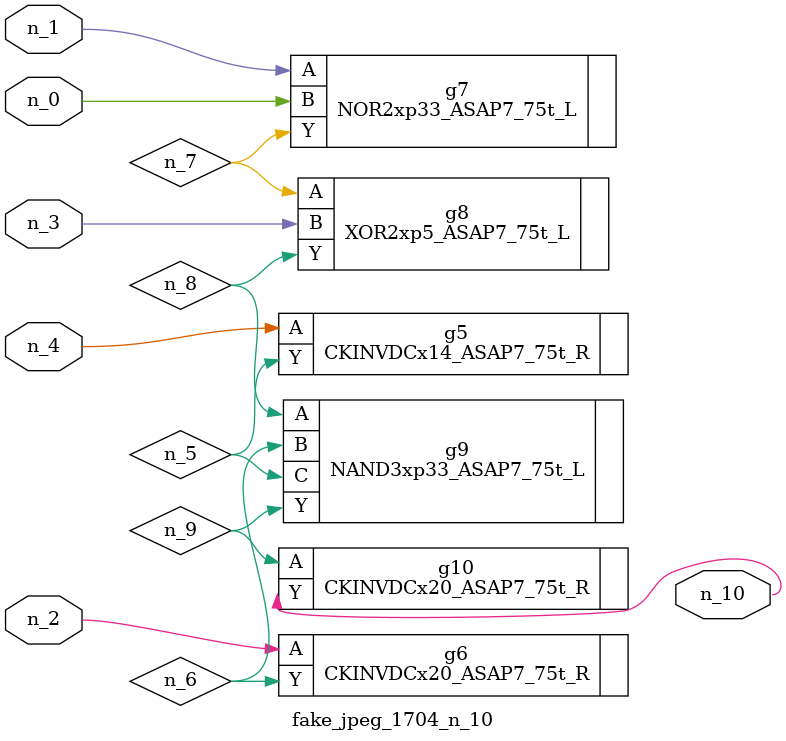
<source format=v>
module fake_jpeg_1704_n_10 (n_3, n_2, n_1, n_0, n_4, n_10);

input n_3;
input n_2;
input n_1;
input n_0;
input n_4;

output n_10;

wire n_8;
wire n_9;
wire n_6;
wire n_5;
wire n_7;

CKINVDCx14_ASAP7_75t_R g5 ( 
.A(n_4),
.Y(n_5)
);

CKINVDCx20_ASAP7_75t_R g6 ( 
.A(n_2),
.Y(n_6)
);

NOR2xp33_ASAP7_75t_L g7 ( 
.A(n_1),
.B(n_0),
.Y(n_7)
);

XOR2xp5_ASAP7_75t_L g8 ( 
.A(n_7),
.B(n_3),
.Y(n_8)
);

NAND3xp33_ASAP7_75t_L g9 ( 
.A(n_8),
.B(n_6),
.C(n_5),
.Y(n_9)
);

CKINVDCx20_ASAP7_75t_R g10 ( 
.A(n_9),
.Y(n_10)
);


endmodule
</source>
